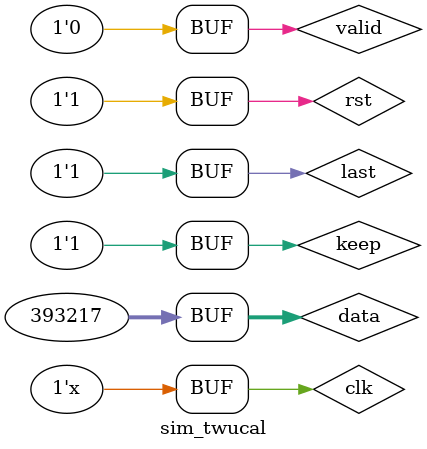
<source format=v>
`timescale 1ns / 1ps


module sim_twucal;
    
   reg clk,rst,valid,last,keep;
   wire ready;
   reg [31:0] data;
   wire [15:0] itemorder;
   
   wire [15:0] tidn;
   wire [15:0] tid,tu,item;
   wire [31:0] twuout;
    
    twucal uut(
        clk,rst,valid,ready,last,data,keep,tidn,tid,tu,item,twuout,itemorder
    );
    
    initial clk = 0 ;
    always #5 clk = ~clk;
    initial keep = 4'b1111;
     //reset generating
    initial begin
        rst      = 1'b0 ;
        #10 rst  = 1'b1 ;
    end
    
    initial begin
        valid = 0;
        last = 0;
        #10 valid = 1;
        #65 valid = 0;
    end
    
    initial begin
        #10 data = 32'hffff0001;
        #5  data = 32'h00010001;
        #5  data = 32'h00020001;
        #5  data = 32'h00030001;
        #5  data = 32'h00040001;
        #5  data = 32'hfffe0001;
        #5  data = 32'h00030001;
        #5  data = 32'h00010001;
        #5  data = 32'hfffd0001;
        #5  data = 32'h00040001;
        #5  data = 32'hfffc0001;
        #5  data = 32'h00050001;
        #5  data = 32'h00060001;
            last = 1;
        
    end
   
    
endmodule

</source>
